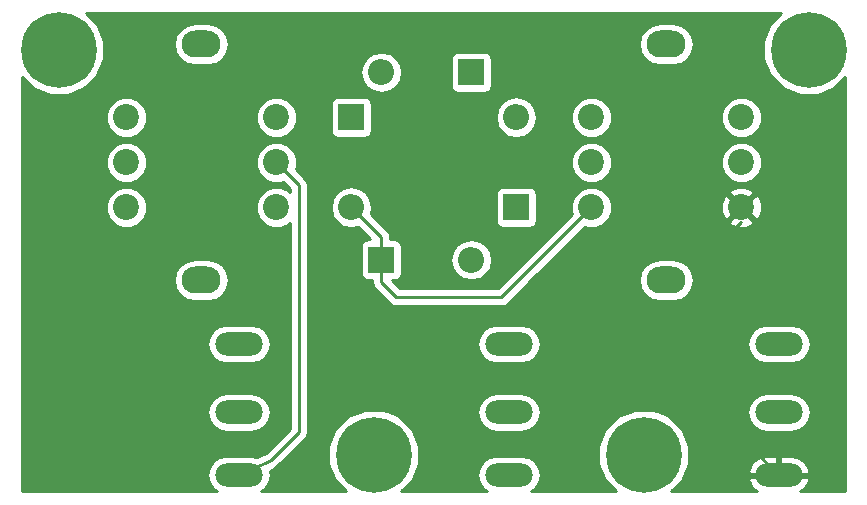
<source format=gbl>
G04 #@! TF.FileFunction,Copper,L2,Bot,Signal*
%FSLAX46Y46*%
G04 Gerber Fmt 4.6, Leading zero omitted, Abs format (unit mm)*
G04 Created by KiCad (PCBNEW 4.0.7) date Monday 10 September 2018 20:52:00*
%MOMM*%
%LPD*%
G01*
G04 APERTURE LIST*
%ADD10C,0.100000*%
%ADD11O,3.302000X2.286000*%
%ADD12C,2.200000*%
%ADD13O,4.000000X2.000000*%
%ADD14C,6.400000*%
%ADD15R,2.200000X2.200000*%
%ADD16O,2.200000X2.200000*%
%ADD17C,0.250000*%
%ADD18C,0.254000*%
G04 APERTURE END LIST*
D10*
D11*
X176530000Y-116662200D03*
X176530000Y-96697800D03*
D12*
X182880000Y-106680000D03*
X182880000Y-110490000D03*
X182880000Y-102870000D03*
X170180000Y-102870000D03*
X170180000Y-106680000D03*
X170180000Y-110490000D03*
D11*
X137160000Y-116662200D03*
X137160000Y-96697800D03*
D12*
X143510000Y-106680000D03*
X143510000Y-110490000D03*
X143510000Y-102870000D03*
X130810000Y-102870000D03*
X130810000Y-106680000D03*
X130810000Y-110490000D03*
D13*
X186055000Y-122055000D03*
X186055000Y-127855000D03*
X186055000Y-133155000D03*
D14*
X151765000Y-131445000D03*
X174625000Y-131445000D03*
X188595000Y-97155000D03*
D15*
X149860000Y-102870000D03*
D16*
X149860000Y-110490000D03*
D15*
X160020000Y-99060000D03*
D16*
X152400000Y-99060000D03*
D15*
X152400000Y-114935000D03*
D16*
X160020000Y-114935000D03*
D15*
X163830000Y-110490000D03*
D16*
X163830000Y-102870000D03*
D13*
X140335000Y-122055000D03*
X140335000Y-127855000D03*
X140335000Y-133155000D03*
X163195000Y-122055000D03*
X163195000Y-127855000D03*
X163195000Y-133155000D03*
D14*
X125095000Y-97155000D03*
D17*
X152400000Y-114935000D02*
X152400000Y-116840000D01*
X162560000Y-118110000D02*
X170180000Y-110490000D01*
X153670000Y-118110000D02*
X162560000Y-118110000D01*
X152400000Y-116840000D02*
X153670000Y-118110000D01*
X152400000Y-114935000D02*
X152400000Y-113030000D01*
X152400000Y-113030000D02*
X149860000Y-110490000D01*
X140335000Y-133155000D02*
X143070000Y-131885000D01*
X145415000Y-108585000D02*
X143510000Y-106680000D01*
X145415000Y-129540000D02*
X145415000Y-108585000D01*
X143070000Y-131885000D02*
X145415000Y-129540000D01*
X186055000Y-133155000D02*
X185860000Y-133155000D01*
X185860000Y-133155000D02*
X179705000Y-125730000D01*
X179705000Y-114935000D02*
X182880000Y-111760000D01*
X179705000Y-125730000D02*
X179705000Y-114935000D01*
D18*
G36*
X185345741Y-94979811D02*
X184760667Y-96388825D01*
X184759336Y-97914482D01*
X185341950Y-99324515D01*
X186419811Y-100404259D01*
X187828825Y-100989333D01*
X189354482Y-100990664D01*
X190764515Y-100408050D01*
X191695000Y-99479188D01*
X191695000Y-134545000D01*
X187889470Y-134545000D01*
X188300922Y-134221317D01*
X188614144Y-133663355D01*
X188645124Y-133535434D01*
X188525777Y-133282000D01*
X186182000Y-133282000D01*
X186182000Y-133302000D01*
X185928000Y-133302000D01*
X185928000Y-133282000D01*
X183584223Y-133282000D01*
X183464876Y-133535434D01*
X183495856Y-133663355D01*
X183809078Y-134221317D01*
X184220530Y-134545000D01*
X176947832Y-134545000D01*
X177874259Y-133620189D01*
X178225392Y-132774566D01*
X183464876Y-132774566D01*
X183584223Y-133028000D01*
X185928000Y-133028000D01*
X185928000Y-131520000D01*
X186182000Y-131520000D01*
X186182000Y-133028000D01*
X188525777Y-133028000D01*
X188645124Y-132774566D01*
X188614144Y-132646645D01*
X188300922Y-132088683D01*
X187798020Y-131693058D01*
X187182000Y-131520000D01*
X186182000Y-131520000D01*
X185928000Y-131520000D01*
X184928000Y-131520000D01*
X184311980Y-131693058D01*
X183809078Y-132088683D01*
X183495856Y-132646645D01*
X183464876Y-132774566D01*
X178225392Y-132774566D01*
X178459333Y-132211175D01*
X178460664Y-130685518D01*
X177878050Y-129275485D01*
X176800189Y-128195741D01*
X175979594Y-127855000D01*
X183368377Y-127855000D01*
X183492834Y-128480687D01*
X183847257Y-129011120D01*
X184377690Y-129365543D01*
X185003377Y-129490000D01*
X187106623Y-129490000D01*
X187732310Y-129365543D01*
X188262743Y-129011120D01*
X188617166Y-128480687D01*
X188741623Y-127855000D01*
X188617166Y-127229313D01*
X188262743Y-126698880D01*
X187732310Y-126344457D01*
X187106623Y-126220000D01*
X185003377Y-126220000D01*
X184377690Y-126344457D01*
X183847257Y-126698880D01*
X183492834Y-127229313D01*
X183368377Y-127855000D01*
X175979594Y-127855000D01*
X175391175Y-127610667D01*
X173865518Y-127609336D01*
X172455485Y-128191950D01*
X171375741Y-129269811D01*
X170790667Y-130678825D01*
X170789336Y-132204482D01*
X171371950Y-133614515D01*
X172300812Y-134545000D01*
X165052716Y-134545000D01*
X165402743Y-134311120D01*
X165757166Y-133780687D01*
X165881623Y-133155000D01*
X165757166Y-132529313D01*
X165402743Y-131998880D01*
X164872310Y-131644457D01*
X164246623Y-131520000D01*
X162143377Y-131520000D01*
X161517690Y-131644457D01*
X160987257Y-131998880D01*
X160632834Y-132529313D01*
X160508377Y-133155000D01*
X160632834Y-133780687D01*
X160987257Y-134311120D01*
X161337284Y-134545000D01*
X154087832Y-134545000D01*
X155014259Y-133620189D01*
X155599333Y-132211175D01*
X155600664Y-130685518D01*
X155018050Y-129275485D01*
X153940189Y-128195741D01*
X153119594Y-127855000D01*
X160508377Y-127855000D01*
X160632834Y-128480687D01*
X160987257Y-129011120D01*
X161517690Y-129365543D01*
X162143377Y-129490000D01*
X164246623Y-129490000D01*
X164872310Y-129365543D01*
X165402743Y-129011120D01*
X165757166Y-128480687D01*
X165881623Y-127855000D01*
X165757166Y-127229313D01*
X165402743Y-126698880D01*
X164872310Y-126344457D01*
X164246623Y-126220000D01*
X162143377Y-126220000D01*
X161517690Y-126344457D01*
X160987257Y-126698880D01*
X160632834Y-127229313D01*
X160508377Y-127855000D01*
X153119594Y-127855000D01*
X152531175Y-127610667D01*
X151005518Y-127609336D01*
X149595485Y-128191950D01*
X148515741Y-129269811D01*
X147930667Y-130678825D01*
X147929336Y-132204482D01*
X148511950Y-133614515D01*
X149440812Y-134545000D01*
X142192716Y-134545000D01*
X142542743Y-134311120D01*
X142897166Y-133780687D01*
X143021623Y-133155000D01*
X142947038Y-132780038D01*
X143390082Y-132574310D01*
X143497156Y-132496064D01*
X143607401Y-132422401D01*
X145952401Y-130077401D01*
X146117148Y-129830839D01*
X146175000Y-129540000D01*
X146175000Y-122055000D01*
X160508377Y-122055000D01*
X160632834Y-122680687D01*
X160987257Y-123211120D01*
X161517690Y-123565543D01*
X162143377Y-123690000D01*
X164246623Y-123690000D01*
X164872310Y-123565543D01*
X165402743Y-123211120D01*
X165757166Y-122680687D01*
X165881623Y-122055000D01*
X183368377Y-122055000D01*
X183492834Y-122680687D01*
X183847257Y-123211120D01*
X184377690Y-123565543D01*
X185003377Y-123690000D01*
X187106623Y-123690000D01*
X187732310Y-123565543D01*
X188262743Y-123211120D01*
X188617166Y-122680687D01*
X188741623Y-122055000D01*
X188617166Y-121429313D01*
X188262743Y-120898880D01*
X187732310Y-120544457D01*
X187106623Y-120420000D01*
X185003377Y-120420000D01*
X184377690Y-120544457D01*
X183847257Y-120898880D01*
X183492834Y-121429313D01*
X183368377Y-122055000D01*
X165881623Y-122055000D01*
X165757166Y-121429313D01*
X165402743Y-120898880D01*
X164872310Y-120544457D01*
X164246623Y-120420000D01*
X162143377Y-120420000D01*
X161517690Y-120544457D01*
X160987257Y-120898880D01*
X160632834Y-121429313D01*
X160508377Y-122055000D01*
X146175000Y-122055000D01*
X146175000Y-110456009D01*
X148125000Y-110456009D01*
X148125000Y-110523991D01*
X148257069Y-111187947D01*
X148633170Y-111750821D01*
X149196044Y-112126922D01*
X149860000Y-112258991D01*
X150439016Y-112143818D01*
X151482758Y-113187560D01*
X151300000Y-113187560D01*
X151064683Y-113231838D01*
X150848559Y-113370910D01*
X150703569Y-113583110D01*
X150652560Y-113835000D01*
X150652560Y-116035000D01*
X150696838Y-116270317D01*
X150835910Y-116486441D01*
X151048110Y-116631431D01*
X151300000Y-116682440D01*
X151640000Y-116682440D01*
X151640000Y-116840000D01*
X151697852Y-117130839D01*
X151862599Y-117377401D01*
X153132599Y-118647401D01*
X153379160Y-118812148D01*
X153670000Y-118870000D01*
X162560000Y-118870000D01*
X162850839Y-118812148D01*
X163097401Y-118647401D01*
X165082602Y-116662200D01*
X174199215Y-116662200D01*
X174334557Y-117342611D01*
X174719979Y-117919436D01*
X175296804Y-118304858D01*
X175977215Y-118440200D01*
X177082785Y-118440200D01*
X177763196Y-118304858D01*
X178340021Y-117919436D01*
X178725443Y-117342611D01*
X178860785Y-116662200D01*
X178725443Y-115981789D01*
X178340021Y-115404964D01*
X177763196Y-115019542D01*
X177082785Y-114884200D01*
X175977215Y-114884200D01*
X175296804Y-115019542D01*
X174719979Y-115404964D01*
X174334557Y-115981789D01*
X174199215Y-116662200D01*
X165082602Y-116662200D01*
X169612018Y-112132784D01*
X169833373Y-112224699D01*
X170523599Y-112225301D01*
X171161515Y-111961719D01*
X171408797Y-111714868D01*
X181834737Y-111714868D01*
X181945641Y-111992099D01*
X182591593Y-112235323D01*
X183281453Y-112212836D01*
X183814359Y-111992099D01*
X183925263Y-111714868D01*
X182880000Y-110669605D01*
X181834737Y-111714868D01*
X171408797Y-111714868D01*
X171650004Y-111474082D01*
X171914699Y-110836627D01*
X171915252Y-110201593D01*
X181134677Y-110201593D01*
X181157164Y-110891453D01*
X181377901Y-111424359D01*
X181655132Y-111535263D01*
X182700395Y-110490000D01*
X183059605Y-110490000D01*
X184104868Y-111535263D01*
X184382099Y-111424359D01*
X184625323Y-110778407D01*
X184602836Y-110088547D01*
X184382099Y-109555641D01*
X184104868Y-109444737D01*
X183059605Y-110490000D01*
X182700395Y-110490000D01*
X181655132Y-109444737D01*
X181377901Y-109555641D01*
X181134677Y-110201593D01*
X171915252Y-110201593D01*
X171915301Y-110146401D01*
X171651719Y-109508485D01*
X171408791Y-109265132D01*
X181834737Y-109265132D01*
X182880000Y-110310395D01*
X183925263Y-109265132D01*
X183814359Y-108987901D01*
X183168407Y-108744677D01*
X182478547Y-108767164D01*
X181945641Y-108987901D01*
X181834737Y-109265132D01*
X171408791Y-109265132D01*
X171164082Y-109019996D01*
X170526627Y-108755301D01*
X169836401Y-108754699D01*
X169198485Y-109018281D01*
X168709996Y-109505918D01*
X168445301Y-110143373D01*
X168444699Y-110833599D01*
X168537355Y-111057843D01*
X162245198Y-117350000D01*
X153984802Y-117350000D01*
X153317242Y-116682440D01*
X153500000Y-116682440D01*
X153735317Y-116638162D01*
X153951441Y-116499090D01*
X154096431Y-116286890D01*
X154147440Y-116035000D01*
X154147440Y-114935000D01*
X158251009Y-114935000D01*
X158383078Y-115598956D01*
X158759179Y-116161830D01*
X159322053Y-116537931D01*
X159986009Y-116670000D01*
X160053991Y-116670000D01*
X160717947Y-116537931D01*
X161280821Y-116161830D01*
X161656922Y-115598956D01*
X161788991Y-114935000D01*
X161656922Y-114271044D01*
X161280821Y-113708170D01*
X160717947Y-113332069D01*
X160053991Y-113200000D01*
X159986009Y-113200000D01*
X159322053Y-113332069D01*
X158759179Y-113708170D01*
X158383078Y-114271044D01*
X158251009Y-114935000D01*
X154147440Y-114935000D01*
X154147440Y-113835000D01*
X154103162Y-113599683D01*
X153964090Y-113383559D01*
X153751890Y-113238569D01*
X153500000Y-113187560D01*
X153160000Y-113187560D01*
X153160000Y-113030000D01*
X153102148Y-112739161D01*
X153102148Y-112739160D01*
X152937401Y-112492599D01*
X151491106Y-111046304D01*
X151595000Y-110523991D01*
X151595000Y-110456009D01*
X151462931Y-109792053D01*
X151194288Y-109390000D01*
X162082560Y-109390000D01*
X162082560Y-111590000D01*
X162126838Y-111825317D01*
X162265910Y-112041441D01*
X162478110Y-112186431D01*
X162730000Y-112237440D01*
X164930000Y-112237440D01*
X165165317Y-112193162D01*
X165381441Y-112054090D01*
X165526431Y-111841890D01*
X165577440Y-111590000D01*
X165577440Y-109390000D01*
X165533162Y-109154683D01*
X165394090Y-108938559D01*
X165181890Y-108793569D01*
X164930000Y-108742560D01*
X162730000Y-108742560D01*
X162494683Y-108786838D01*
X162278559Y-108925910D01*
X162133569Y-109138110D01*
X162082560Y-109390000D01*
X151194288Y-109390000D01*
X151086830Y-109229179D01*
X150523956Y-108853078D01*
X149860000Y-108721009D01*
X149196044Y-108853078D01*
X148633170Y-109229179D01*
X148257069Y-109792053D01*
X148125000Y-110456009D01*
X146175000Y-110456009D01*
X146175000Y-108585000D01*
X146117148Y-108294161D01*
X145952401Y-108047599D01*
X145152784Y-107247982D01*
X145244699Y-107026627D01*
X145244701Y-107023599D01*
X168444699Y-107023599D01*
X168708281Y-107661515D01*
X169195918Y-108150004D01*
X169833373Y-108414699D01*
X170523599Y-108415301D01*
X171161515Y-108151719D01*
X171650004Y-107664082D01*
X171914699Y-107026627D01*
X171914701Y-107023599D01*
X181144699Y-107023599D01*
X181408281Y-107661515D01*
X181895918Y-108150004D01*
X182533373Y-108414699D01*
X183223599Y-108415301D01*
X183861515Y-108151719D01*
X184350004Y-107664082D01*
X184614699Y-107026627D01*
X184615301Y-106336401D01*
X184351719Y-105698485D01*
X183864082Y-105209996D01*
X183226627Y-104945301D01*
X182536401Y-104944699D01*
X181898485Y-105208281D01*
X181409996Y-105695918D01*
X181145301Y-106333373D01*
X181144699Y-107023599D01*
X171914701Y-107023599D01*
X171915301Y-106336401D01*
X171651719Y-105698485D01*
X171164082Y-105209996D01*
X170526627Y-104945301D01*
X169836401Y-104944699D01*
X169198485Y-105208281D01*
X168709996Y-105695918D01*
X168445301Y-106333373D01*
X168444699Y-107023599D01*
X145244701Y-107023599D01*
X145245301Y-106336401D01*
X144981719Y-105698485D01*
X144494082Y-105209996D01*
X143856627Y-104945301D01*
X143166401Y-104944699D01*
X142528485Y-105208281D01*
X142039996Y-105695918D01*
X141775301Y-106333373D01*
X141774699Y-107023599D01*
X142038281Y-107661515D01*
X142525918Y-108150004D01*
X143163373Y-108414699D01*
X143853599Y-108415301D01*
X144077843Y-108322645D01*
X144655000Y-108899802D01*
X144655000Y-109181195D01*
X144494082Y-109019996D01*
X143856627Y-108755301D01*
X143166401Y-108754699D01*
X142528485Y-109018281D01*
X142039996Y-109505918D01*
X141775301Y-110143373D01*
X141774699Y-110833599D01*
X142038281Y-111471515D01*
X142525918Y-111960004D01*
X143163373Y-112224699D01*
X143853599Y-112225301D01*
X144491515Y-111961719D01*
X144655000Y-111798519D01*
X144655000Y-129225198D01*
X142627804Y-131252394D01*
X141852105Y-131612590D01*
X141386623Y-131520000D01*
X139283377Y-131520000D01*
X138657690Y-131644457D01*
X138127257Y-131998880D01*
X137772834Y-132529313D01*
X137648377Y-133155000D01*
X137772834Y-133780687D01*
X138127257Y-134311120D01*
X138477284Y-134545000D01*
X121995000Y-134545000D01*
X121995000Y-127855000D01*
X137648377Y-127855000D01*
X137772834Y-128480687D01*
X138127257Y-129011120D01*
X138657690Y-129365543D01*
X139283377Y-129490000D01*
X141386623Y-129490000D01*
X142012310Y-129365543D01*
X142542743Y-129011120D01*
X142897166Y-128480687D01*
X143021623Y-127855000D01*
X142897166Y-127229313D01*
X142542743Y-126698880D01*
X142012310Y-126344457D01*
X141386623Y-126220000D01*
X139283377Y-126220000D01*
X138657690Y-126344457D01*
X138127257Y-126698880D01*
X137772834Y-127229313D01*
X137648377Y-127855000D01*
X121995000Y-127855000D01*
X121995000Y-122055000D01*
X137648377Y-122055000D01*
X137772834Y-122680687D01*
X138127257Y-123211120D01*
X138657690Y-123565543D01*
X139283377Y-123690000D01*
X141386623Y-123690000D01*
X142012310Y-123565543D01*
X142542743Y-123211120D01*
X142897166Y-122680687D01*
X143021623Y-122055000D01*
X142897166Y-121429313D01*
X142542743Y-120898880D01*
X142012310Y-120544457D01*
X141386623Y-120420000D01*
X139283377Y-120420000D01*
X138657690Y-120544457D01*
X138127257Y-120898880D01*
X137772834Y-121429313D01*
X137648377Y-122055000D01*
X121995000Y-122055000D01*
X121995000Y-116662200D01*
X134829215Y-116662200D01*
X134964557Y-117342611D01*
X135349979Y-117919436D01*
X135926804Y-118304858D01*
X136607215Y-118440200D01*
X137712785Y-118440200D01*
X138393196Y-118304858D01*
X138970021Y-117919436D01*
X139355443Y-117342611D01*
X139490785Y-116662200D01*
X139355443Y-115981789D01*
X138970021Y-115404964D01*
X138393196Y-115019542D01*
X137712785Y-114884200D01*
X136607215Y-114884200D01*
X135926804Y-115019542D01*
X135349979Y-115404964D01*
X134964557Y-115981789D01*
X134829215Y-116662200D01*
X121995000Y-116662200D01*
X121995000Y-110833599D01*
X129074699Y-110833599D01*
X129338281Y-111471515D01*
X129825918Y-111960004D01*
X130463373Y-112224699D01*
X131153599Y-112225301D01*
X131791515Y-111961719D01*
X132280004Y-111474082D01*
X132544699Y-110836627D01*
X132545301Y-110146401D01*
X132281719Y-109508485D01*
X131794082Y-109019996D01*
X131156627Y-108755301D01*
X130466401Y-108754699D01*
X129828485Y-109018281D01*
X129339996Y-109505918D01*
X129075301Y-110143373D01*
X129074699Y-110833599D01*
X121995000Y-110833599D01*
X121995000Y-107023599D01*
X129074699Y-107023599D01*
X129338281Y-107661515D01*
X129825918Y-108150004D01*
X130463373Y-108414699D01*
X131153599Y-108415301D01*
X131791515Y-108151719D01*
X132280004Y-107664082D01*
X132544699Y-107026627D01*
X132545301Y-106336401D01*
X132281719Y-105698485D01*
X131794082Y-105209996D01*
X131156627Y-104945301D01*
X130466401Y-104944699D01*
X129828485Y-105208281D01*
X129339996Y-105695918D01*
X129075301Y-106333373D01*
X129074699Y-107023599D01*
X121995000Y-107023599D01*
X121995000Y-103213599D01*
X129074699Y-103213599D01*
X129338281Y-103851515D01*
X129825918Y-104340004D01*
X130463373Y-104604699D01*
X131153599Y-104605301D01*
X131791515Y-104341719D01*
X132280004Y-103854082D01*
X132544699Y-103216627D01*
X132544701Y-103213599D01*
X141774699Y-103213599D01*
X142038281Y-103851515D01*
X142525918Y-104340004D01*
X143163373Y-104604699D01*
X143853599Y-104605301D01*
X144491515Y-104341719D01*
X144980004Y-103854082D01*
X145244699Y-103216627D01*
X145245301Y-102526401D01*
X144981719Y-101888485D01*
X144863441Y-101770000D01*
X148112560Y-101770000D01*
X148112560Y-103970000D01*
X148156838Y-104205317D01*
X148295910Y-104421441D01*
X148508110Y-104566431D01*
X148760000Y-104617440D01*
X150960000Y-104617440D01*
X151195317Y-104573162D01*
X151411441Y-104434090D01*
X151556431Y-104221890D01*
X151607440Y-103970000D01*
X151607440Y-102836009D01*
X162095000Y-102836009D01*
X162095000Y-102903991D01*
X162227069Y-103567947D01*
X162603170Y-104130821D01*
X163166044Y-104506922D01*
X163830000Y-104638991D01*
X164493956Y-104506922D01*
X165056830Y-104130821D01*
X165432931Y-103567947D01*
X165503415Y-103213599D01*
X168444699Y-103213599D01*
X168708281Y-103851515D01*
X169195918Y-104340004D01*
X169833373Y-104604699D01*
X170523599Y-104605301D01*
X171161515Y-104341719D01*
X171650004Y-103854082D01*
X171914699Y-103216627D01*
X171914701Y-103213599D01*
X181144699Y-103213599D01*
X181408281Y-103851515D01*
X181895918Y-104340004D01*
X182533373Y-104604699D01*
X183223599Y-104605301D01*
X183861515Y-104341719D01*
X184350004Y-103854082D01*
X184614699Y-103216627D01*
X184615301Y-102526401D01*
X184351719Y-101888485D01*
X183864082Y-101399996D01*
X183226627Y-101135301D01*
X182536401Y-101134699D01*
X181898485Y-101398281D01*
X181409996Y-101885918D01*
X181145301Y-102523373D01*
X181144699Y-103213599D01*
X171914701Y-103213599D01*
X171915301Y-102526401D01*
X171651719Y-101888485D01*
X171164082Y-101399996D01*
X170526627Y-101135301D01*
X169836401Y-101134699D01*
X169198485Y-101398281D01*
X168709996Y-101885918D01*
X168445301Y-102523373D01*
X168444699Y-103213599D01*
X165503415Y-103213599D01*
X165565000Y-102903991D01*
X165565000Y-102836009D01*
X165432931Y-102172053D01*
X165056830Y-101609179D01*
X164493956Y-101233078D01*
X163830000Y-101101009D01*
X163166044Y-101233078D01*
X162603170Y-101609179D01*
X162227069Y-102172053D01*
X162095000Y-102836009D01*
X151607440Y-102836009D01*
X151607440Y-101770000D01*
X151563162Y-101534683D01*
X151424090Y-101318559D01*
X151211890Y-101173569D01*
X150960000Y-101122560D01*
X148760000Y-101122560D01*
X148524683Y-101166838D01*
X148308559Y-101305910D01*
X148163569Y-101518110D01*
X148112560Y-101770000D01*
X144863441Y-101770000D01*
X144494082Y-101399996D01*
X143856627Y-101135301D01*
X143166401Y-101134699D01*
X142528485Y-101398281D01*
X142039996Y-101885918D01*
X141775301Y-102523373D01*
X141774699Y-103213599D01*
X132544701Y-103213599D01*
X132545301Y-102526401D01*
X132281719Y-101888485D01*
X131794082Y-101399996D01*
X131156627Y-101135301D01*
X130466401Y-101134699D01*
X129828485Y-101398281D01*
X129339996Y-101885918D01*
X129075301Y-102523373D01*
X129074699Y-103213599D01*
X121995000Y-103213599D01*
X121995000Y-99477832D01*
X122919811Y-100404259D01*
X124328825Y-100989333D01*
X125854482Y-100990664D01*
X127264515Y-100408050D01*
X128344259Y-99330189D01*
X128456451Y-99060000D01*
X150631009Y-99060000D01*
X150763078Y-99723956D01*
X151139179Y-100286830D01*
X151702053Y-100662931D01*
X152366009Y-100795000D01*
X152433991Y-100795000D01*
X153097947Y-100662931D01*
X153660821Y-100286830D01*
X154036922Y-99723956D01*
X154168991Y-99060000D01*
X154036922Y-98396044D01*
X153745567Y-97960000D01*
X158272560Y-97960000D01*
X158272560Y-100160000D01*
X158316838Y-100395317D01*
X158455910Y-100611441D01*
X158668110Y-100756431D01*
X158920000Y-100807440D01*
X161120000Y-100807440D01*
X161355317Y-100763162D01*
X161571441Y-100624090D01*
X161716431Y-100411890D01*
X161767440Y-100160000D01*
X161767440Y-97960000D01*
X161723162Y-97724683D01*
X161584090Y-97508559D01*
X161371890Y-97363569D01*
X161120000Y-97312560D01*
X158920000Y-97312560D01*
X158684683Y-97356838D01*
X158468559Y-97495910D01*
X158323569Y-97708110D01*
X158272560Y-97960000D01*
X153745567Y-97960000D01*
X153660821Y-97833170D01*
X153097947Y-97457069D01*
X152433991Y-97325000D01*
X152366009Y-97325000D01*
X151702053Y-97457069D01*
X151139179Y-97833170D01*
X150763078Y-98396044D01*
X150631009Y-99060000D01*
X128456451Y-99060000D01*
X128929333Y-97921175D01*
X128930400Y-96697800D01*
X134829215Y-96697800D01*
X134964557Y-97378211D01*
X135349979Y-97955036D01*
X135926804Y-98340458D01*
X136607215Y-98475800D01*
X137712785Y-98475800D01*
X138393196Y-98340458D01*
X138970021Y-97955036D01*
X139355443Y-97378211D01*
X139490785Y-96697800D01*
X174199215Y-96697800D01*
X174334557Y-97378211D01*
X174719979Y-97955036D01*
X175296804Y-98340458D01*
X175977215Y-98475800D01*
X177082785Y-98475800D01*
X177763196Y-98340458D01*
X178340021Y-97955036D01*
X178725443Y-97378211D01*
X178860785Y-96697800D01*
X178725443Y-96017389D01*
X178340021Y-95440564D01*
X177763196Y-95055142D01*
X177082785Y-94919800D01*
X175977215Y-94919800D01*
X175296804Y-95055142D01*
X174719979Y-95440564D01*
X174334557Y-96017389D01*
X174199215Y-96697800D01*
X139490785Y-96697800D01*
X139355443Y-96017389D01*
X138970021Y-95440564D01*
X138393196Y-95055142D01*
X137712785Y-94919800D01*
X136607215Y-94919800D01*
X135926804Y-95055142D01*
X135349979Y-95440564D01*
X134964557Y-96017389D01*
X134829215Y-96697800D01*
X128930400Y-96697800D01*
X128930664Y-96395518D01*
X128348050Y-94985485D01*
X127419188Y-94055000D01*
X186272168Y-94055000D01*
X185345741Y-94979811D01*
X185345741Y-94979811D01*
G37*
X185345741Y-94979811D02*
X184760667Y-96388825D01*
X184759336Y-97914482D01*
X185341950Y-99324515D01*
X186419811Y-100404259D01*
X187828825Y-100989333D01*
X189354482Y-100990664D01*
X190764515Y-100408050D01*
X191695000Y-99479188D01*
X191695000Y-134545000D01*
X187889470Y-134545000D01*
X188300922Y-134221317D01*
X188614144Y-133663355D01*
X188645124Y-133535434D01*
X188525777Y-133282000D01*
X186182000Y-133282000D01*
X186182000Y-133302000D01*
X185928000Y-133302000D01*
X185928000Y-133282000D01*
X183584223Y-133282000D01*
X183464876Y-133535434D01*
X183495856Y-133663355D01*
X183809078Y-134221317D01*
X184220530Y-134545000D01*
X176947832Y-134545000D01*
X177874259Y-133620189D01*
X178225392Y-132774566D01*
X183464876Y-132774566D01*
X183584223Y-133028000D01*
X185928000Y-133028000D01*
X185928000Y-131520000D01*
X186182000Y-131520000D01*
X186182000Y-133028000D01*
X188525777Y-133028000D01*
X188645124Y-132774566D01*
X188614144Y-132646645D01*
X188300922Y-132088683D01*
X187798020Y-131693058D01*
X187182000Y-131520000D01*
X186182000Y-131520000D01*
X185928000Y-131520000D01*
X184928000Y-131520000D01*
X184311980Y-131693058D01*
X183809078Y-132088683D01*
X183495856Y-132646645D01*
X183464876Y-132774566D01*
X178225392Y-132774566D01*
X178459333Y-132211175D01*
X178460664Y-130685518D01*
X177878050Y-129275485D01*
X176800189Y-128195741D01*
X175979594Y-127855000D01*
X183368377Y-127855000D01*
X183492834Y-128480687D01*
X183847257Y-129011120D01*
X184377690Y-129365543D01*
X185003377Y-129490000D01*
X187106623Y-129490000D01*
X187732310Y-129365543D01*
X188262743Y-129011120D01*
X188617166Y-128480687D01*
X188741623Y-127855000D01*
X188617166Y-127229313D01*
X188262743Y-126698880D01*
X187732310Y-126344457D01*
X187106623Y-126220000D01*
X185003377Y-126220000D01*
X184377690Y-126344457D01*
X183847257Y-126698880D01*
X183492834Y-127229313D01*
X183368377Y-127855000D01*
X175979594Y-127855000D01*
X175391175Y-127610667D01*
X173865518Y-127609336D01*
X172455485Y-128191950D01*
X171375741Y-129269811D01*
X170790667Y-130678825D01*
X170789336Y-132204482D01*
X171371950Y-133614515D01*
X172300812Y-134545000D01*
X165052716Y-134545000D01*
X165402743Y-134311120D01*
X165757166Y-133780687D01*
X165881623Y-133155000D01*
X165757166Y-132529313D01*
X165402743Y-131998880D01*
X164872310Y-131644457D01*
X164246623Y-131520000D01*
X162143377Y-131520000D01*
X161517690Y-131644457D01*
X160987257Y-131998880D01*
X160632834Y-132529313D01*
X160508377Y-133155000D01*
X160632834Y-133780687D01*
X160987257Y-134311120D01*
X161337284Y-134545000D01*
X154087832Y-134545000D01*
X155014259Y-133620189D01*
X155599333Y-132211175D01*
X155600664Y-130685518D01*
X155018050Y-129275485D01*
X153940189Y-128195741D01*
X153119594Y-127855000D01*
X160508377Y-127855000D01*
X160632834Y-128480687D01*
X160987257Y-129011120D01*
X161517690Y-129365543D01*
X162143377Y-129490000D01*
X164246623Y-129490000D01*
X164872310Y-129365543D01*
X165402743Y-129011120D01*
X165757166Y-128480687D01*
X165881623Y-127855000D01*
X165757166Y-127229313D01*
X165402743Y-126698880D01*
X164872310Y-126344457D01*
X164246623Y-126220000D01*
X162143377Y-126220000D01*
X161517690Y-126344457D01*
X160987257Y-126698880D01*
X160632834Y-127229313D01*
X160508377Y-127855000D01*
X153119594Y-127855000D01*
X152531175Y-127610667D01*
X151005518Y-127609336D01*
X149595485Y-128191950D01*
X148515741Y-129269811D01*
X147930667Y-130678825D01*
X147929336Y-132204482D01*
X148511950Y-133614515D01*
X149440812Y-134545000D01*
X142192716Y-134545000D01*
X142542743Y-134311120D01*
X142897166Y-133780687D01*
X143021623Y-133155000D01*
X142947038Y-132780038D01*
X143390082Y-132574310D01*
X143497156Y-132496064D01*
X143607401Y-132422401D01*
X145952401Y-130077401D01*
X146117148Y-129830839D01*
X146175000Y-129540000D01*
X146175000Y-122055000D01*
X160508377Y-122055000D01*
X160632834Y-122680687D01*
X160987257Y-123211120D01*
X161517690Y-123565543D01*
X162143377Y-123690000D01*
X164246623Y-123690000D01*
X164872310Y-123565543D01*
X165402743Y-123211120D01*
X165757166Y-122680687D01*
X165881623Y-122055000D01*
X183368377Y-122055000D01*
X183492834Y-122680687D01*
X183847257Y-123211120D01*
X184377690Y-123565543D01*
X185003377Y-123690000D01*
X187106623Y-123690000D01*
X187732310Y-123565543D01*
X188262743Y-123211120D01*
X188617166Y-122680687D01*
X188741623Y-122055000D01*
X188617166Y-121429313D01*
X188262743Y-120898880D01*
X187732310Y-120544457D01*
X187106623Y-120420000D01*
X185003377Y-120420000D01*
X184377690Y-120544457D01*
X183847257Y-120898880D01*
X183492834Y-121429313D01*
X183368377Y-122055000D01*
X165881623Y-122055000D01*
X165757166Y-121429313D01*
X165402743Y-120898880D01*
X164872310Y-120544457D01*
X164246623Y-120420000D01*
X162143377Y-120420000D01*
X161517690Y-120544457D01*
X160987257Y-120898880D01*
X160632834Y-121429313D01*
X160508377Y-122055000D01*
X146175000Y-122055000D01*
X146175000Y-110456009D01*
X148125000Y-110456009D01*
X148125000Y-110523991D01*
X148257069Y-111187947D01*
X148633170Y-111750821D01*
X149196044Y-112126922D01*
X149860000Y-112258991D01*
X150439016Y-112143818D01*
X151482758Y-113187560D01*
X151300000Y-113187560D01*
X151064683Y-113231838D01*
X150848559Y-113370910D01*
X150703569Y-113583110D01*
X150652560Y-113835000D01*
X150652560Y-116035000D01*
X150696838Y-116270317D01*
X150835910Y-116486441D01*
X151048110Y-116631431D01*
X151300000Y-116682440D01*
X151640000Y-116682440D01*
X151640000Y-116840000D01*
X151697852Y-117130839D01*
X151862599Y-117377401D01*
X153132599Y-118647401D01*
X153379160Y-118812148D01*
X153670000Y-118870000D01*
X162560000Y-118870000D01*
X162850839Y-118812148D01*
X163097401Y-118647401D01*
X165082602Y-116662200D01*
X174199215Y-116662200D01*
X174334557Y-117342611D01*
X174719979Y-117919436D01*
X175296804Y-118304858D01*
X175977215Y-118440200D01*
X177082785Y-118440200D01*
X177763196Y-118304858D01*
X178340021Y-117919436D01*
X178725443Y-117342611D01*
X178860785Y-116662200D01*
X178725443Y-115981789D01*
X178340021Y-115404964D01*
X177763196Y-115019542D01*
X177082785Y-114884200D01*
X175977215Y-114884200D01*
X175296804Y-115019542D01*
X174719979Y-115404964D01*
X174334557Y-115981789D01*
X174199215Y-116662200D01*
X165082602Y-116662200D01*
X169612018Y-112132784D01*
X169833373Y-112224699D01*
X170523599Y-112225301D01*
X171161515Y-111961719D01*
X171408797Y-111714868D01*
X181834737Y-111714868D01*
X181945641Y-111992099D01*
X182591593Y-112235323D01*
X183281453Y-112212836D01*
X183814359Y-111992099D01*
X183925263Y-111714868D01*
X182880000Y-110669605D01*
X181834737Y-111714868D01*
X171408797Y-111714868D01*
X171650004Y-111474082D01*
X171914699Y-110836627D01*
X171915252Y-110201593D01*
X181134677Y-110201593D01*
X181157164Y-110891453D01*
X181377901Y-111424359D01*
X181655132Y-111535263D01*
X182700395Y-110490000D01*
X183059605Y-110490000D01*
X184104868Y-111535263D01*
X184382099Y-111424359D01*
X184625323Y-110778407D01*
X184602836Y-110088547D01*
X184382099Y-109555641D01*
X184104868Y-109444737D01*
X183059605Y-110490000D01*
X182700395Y-110490000D01*
X181655132Y-109444737D01*
X181377901Y-109555641D01*
X181134677Y-110201593D01*
X171915252Y-110201593D01*
X171915301Y-110146401D01*
X171651719Y-109508485D01*
X171408791Y-109265132D01*
X181834737Y-109265132D01*
X182880000Y-110310395D01*
X183925263Y-109265132D01*
X183814359Y-108987901D01*
X183168407Y-108744677D01*
X182478547Y-108767164D01*
X181945641Y-108987901D01*
X181834737Y-109265132D01*
X171408791Y-109265132D01*
X171164082Y-109019996D01*
X170526627Y-108755301D01*
X169836401Y-108754699D01*
X169198485Y-109018281D01*
X168709996Y-109505918D01*
X168445301Y-110143373D01*
X168444699Y-110833599D01*
X168537355Y-111057843D01*
X162245198Y-117350000D01*
X153984802Y-117350000D01*
X153317242Y-116682440D01*
X153500000Y-116682440D01*
X153735317Y-116638162D01*
X153951441Y-116499090D01*
X154096431Y-116286890D01*
X154147440Y-116035000D01*
X154147440Y-114935000D01*
X158251009Y-114935000D01*
X158383078Y-115598956D01*
X158759179Y-116161830D01*
X159322053Y-116537931D01*
X159986009Y-116670000D01*
X160053991Y-116670000D01*
X160717947Y-116537931D01*
X161280821Y-116161830D01*
X161656922Y-115598956D01*
X161788991Y-114935000D01*
X161656922Y-114271044D01*
X161280821Y-113708170D01*
X160717947Y-113332069D01*
X160053991Y-113200000D01*
X159986009Y-113200000D01*
X159322053Y-113332069D01*
X158759179Y-113708170D01*
X158383078Y-114271044D01*
X158251009Y-114935000D01*
X154147440Y-114935000D01*
X154147440Y-113835000D01*
X154103162Y-113599683D01*
X153964090Y-113383559D01*
X153751890Y-113238569D01*
X153500000Y-113187560D01*
X153160000Y-113187560D01*
X153160000Y-113030000D01*
X153102148Y-112739161D01*
X153102148Y-112739160D01*
X152937401Y-112492599D01*
X151491106Y-111046304D01*
X151595000Y-110523991D01*
X151595000Y-110456009D01*
X151462931Y-109792053D01*
X151194288Y-109390000D01*
X162082560Y-109390000D01*
X162082560Y-111590000D01*
X162126838Y-111825317D01*
X162265910Y-112041441D01*
X162478110Y-112186431D01*
X162730000Y-112237440D01*
X164930000Y-112237440D01*
X165165317Y-112193162D01*
X165381441Y-112054090D01*
X165526431Y-111841890D01*
X165577440Y-111590000D01*
X165577440Y-109390000D01*
X165533162Y-109154683D01*
X165394090Y-108938559D01*
X165181890Y-108793569D01*
X164930000Y-108742560D01*
X162730000Y-108742560D01*
X162494683Y-108786838D01*
X162278559Y-108925910D01*
X162133569Y-109138110D01*
X162082560Y-109390000D01*
X151194288Y-109390000D01*
X151086830Y-109229179D01*
X150523956Y-108853078D01*
X149860000Y-108721009D01*
X149196044Y-108853078D01*
X148633170Y-109229179D01*
X148257069Y-109792053D01*
X148125000Y-110456009D01*
X146175000Y-110456009D01*
X146175000Y-108585000D01*
X146117148Y-108294161D01*
X145952401Y-108047599D01*
X145152784Y-107247982D01*
X145244699Y-107026627D01*
X145244701Y-107023599D01*
X168444699Y-107023599D01*
X168708281Y-107661515D01*
X169195918Y-108150004D01*
X169833373Y-108414699D01*
X170523599Y-108415301D01*
X171161515Y-108151719D01*
X171650004Y-107664082D01*
X171914699Y-107026627D01*
X171914701Y-107023599D01*
X181144699Y-107023599D01*
X181408281Y-107661515D01*
X181895918Y-108150004D01*
X182533373Y-108414699D01*
X183223599Y-108415301D01*
X183861515Y-108151719D01*
X184350004Y-107664082D01*
X184614699Y-107026627D01*
X184615301Y-106336401D01*
X184351719Y-105698485D01*
X183864082Y-105209996D01*
X183226627Y-104945301D01*
X182536401Y-104944699D01*
X181898485Y-105208281D01*
X181409996Y-105695918D01*
X181145301Y-106333373D01*
X181144699Y-107023599D01*
X171914701Y-107023599D01*
X171915301Y-106336401D01*
X171651719Y-105698485D01*
X171164082Y-105209996D01*
X170526627Y-104945301D01*
X169836401Y-104944699D01*
X169198485Y-105208281D01*
X168709996Y-105695918D01*
X168445301Y-106333373D01*
X168444699Y-107023599D01*
X145244701Y-107023599D01*
X145245301Y-106336401D01*
X144981719Y-105698485D01*
X144494082Y-105209996D01*
X143856627Y-104945301D01*
X143166401Y-104944699D01*
X142528485Y-105208281D01*
X142039996Y-105695918D01*
X141775301Y-106333373D01*
X141774699Y-107023599D01*
X142038281Y-107661515D01*
X142525918Y-108150004D01*
X143163373Y-108414699D01*
X143853599Y-108415301D01*
X144077843Y-108322645D01*
X144655000Y-108899802D01*
X144655000Y-109181195D01*
X144494082Y-109019996D01*
X143856627Y-108755301D01*
X143166401Y-108754699D01*
X142528485Y-109018281D01*
X142039996Y-109505918D01*
X141775301Y-110143373D01*
X141774699Y-110833599D01*
X142038281Y-111471515D01*
X142525918Y-111960004D01*
X143163373Y-112224699D01*
X143853599Y-112225301D01*
X144491515Y-111961719D01*
X144655000Y-111798519D01*
X144655000Y-129225198D01*
X142627804Y-131252394D01*
X141852105Y-131612590D01*
X141386623Y-131520000D01*
X139283377Y-131520000D01*
X138657690Y-131644457D01*
X138127257Y-131998880D01*
X137772834Y-132529313D01*
X137648377Y-133155000D01*
X137772834Y-133780687D01*
X138127257Y-134311120D01*
X138477284Y-134545000D01*
X121995000Y-134545000D01*
X121995000Y-127855000D01*
X137648377Y-127855000D01*
X137772834Y-128480687D01*
X138127257Y-129011120D01*
X138657690Y-129365543D01*
X139283377Y-129490000D01*
X141386623Y-129490000D01*
X142012310Y-129365543D01*
X142542743Y-129011120D01*
X142897166Y-128480687D01*
X143021623Y-127855000D01*
X142897166Y-127229313D01*
X142542743Y-126698880D01*
X142012310Y-126344457D01*
X141386623Y-126220000D01*
X139283377Y-126220000D01*
X138657690Y-126344457D01*
X138127257Y-126698880D01*
X137772834Y-127229313D01*
X137648377Y-127855000D01*
X121995000Y-127855000D01*
X121995000Y-122055000D01*
X137648377Y-122055000D01*
X137772834Y-122680687D01*
X138127257Y-123211120D01*
X138657690Y-123565543D01*
X139283377Y-123690000D01*
X141386623Y-123690000D01*
X142012310Y-123565543D01*
X142542743Y-123211120D01*
X142897166Y-122680687D01*
X143021623Y-122055000D01*
X142897166Y-121429313D01*
X142542743Y-120898880D01*
X142012310Y-120544457D01*
X141386623Y-120420000D01*
X139283377Y-120420000D01*
X138657690Y-120544457D01*
X138127257Y-120898880D01*
X137772834Y-121429313D01*
X137648377Y-122055000D01*
X121995000Y-122055000D01*
X121995000Y-116662200D01*
X134829215Y-116662200D01*
X134964557Y-117342611D01*
X135349979Y-117919436D01*
X135926804Y-118304858D01*
X136607215Y-118440200D01*
X137712785Y-118440200D01*
X138393196Y-118304858D01*
X138970021Y-117919436D01*
X139355443Y-117342611D01*
X139490785Y-116662200D01*
X139355443Y-115981789D01*
X138970021Y-115404964D01*
X138393196Y-115019542D01*
X137712785Y-114884200D01*
X136607215Y-114884200D01*
X135926804Y-115019542D01*
X135349979Y-115404964D01*
X134964557Y-115981789D01*
X134829215Y-116662200D01*
X121995000Y-116662200D01*
X121995000Y-110833599D01*
X129074699Y-110833599D01*
X129338281Y-111471515D01*
X129825918Y-111960004D01*
X130463373Y-112224699D01*
X131153599Y-112225301D01*
X131791515Y-111961719D01*
X132280004Y-111474082D01*
X132544699Y-110836627D01*
X132545301Y-110146401D01*
X132281719Y-109508485D01*
X131794082Y-109019996D01*
X131156627Y-108755301D01*
X130466401Y-108754699D01*
X129828485Y-109018281D01*
X129339996Y-109505918D01*
X129075301Y-110143373D01*
X129074699Y-110833599D01*
X121995000Y-110833599D01*
X121995000Y-107023599D01*
X129074699Y-107023599D01*
X129338281Y-107661515D01*
X129825918Y-108150004D01*
X130463373Y-108414699D01*
X131153599Y-108415301D01*
X131791515Y-108151719D01*
X132280004Y-107664082D01*
X132544699Y-107026627D01*
X132545301Y-106336401D01*
X132281719Y-105698485D01*
X131794082Y-105209996D01*
X131156627Y-104945301D01*
X130466401Y-104944699D01*
X129828485Y-105208281D01*
X129339996Y-105695918D01*
X129075301Y-106333373D01*
X129074699Y-107023599D01*
X121995000Y-107023599D01*
X121995000Y-103213599D01*
X129074699Y-103213599D01*
X129338281Y-103851515D01*
X129825918Y-104340004D01*
X130463373Y-104604699D01*
X131153599Y-104605301D01*
X131791515Y-104341719D01*
X132280004Y-103854082D01*
X132544699Y-103216627D01*
X132544701Y-103213599D01*
X141774699Y-103213599D01*
X142038281Y-103851515D01*
X142525918Y-104340004D01*
X143163373Y-104604699D01*
X143853599Y-104605301D01*
X144491515Y-104341719D01*
X144980004Y-103854082D01*
X145244699Y-103216627D01*
X145245301Y-102526401D01*
X144981719Y-101888485D01*
X144863441Y-101770000D01*
X148112560Y-101770000D01*
X148112560Y-103970000D01*
X148156838Y-104205317D01*
X148295910Y-104421441D01*
X148508110Y-104566431D01*
X148760000Y-104617440D01*
X150960000Y-104617440D01*
X151195317Y-104573162D01*
X151411441Y-104434090D01*
X151556431Y-104221890D01*
X151607440Y-103970000D01*
X151607440Y-102836009D01*
X162095000Y-102836009D01*
X162095000Y-102903991D01*
X162227069Y-103567947D01*
X162603170Y-104130821D01*
X163166044Y-104506922D01*
X163830000Y-104638991D01*
X164493956Y-104506922D01*
X165056830Y-104130821D01*
X165432931Y-103567947D01*
X165503415Y-103213599D01*
X168444699Y-103213599D01*
X168708281Y-103851515D01*
X169195918Y-104340004D01*
X169833373Y-104604699D01*
X170523599Y-104605301D01*
X171161515Y-104341719D01*
X171650004Y-103854082D01*
X171914699Y-103216627D01*
X171914701Y-103213599D01*
X181144699Y-103213599D01*
X181408281Y-103851515D01*
X181895918Y-104340004D01*
X182533373Y-104604699D01*
X183223599Y-104605301D01*
X183861515Y-104341719D01*
X184350004Y-103854082D01*
X184614699Y-103216627D01*
X184615301Y-102526401D01*
X184351719Y-101888485D01*
X183864082Y-101399996D01*
X183226627Y-101135301D01*
X182536401Y-101134699D01*
X181898485Y-101398281D01*
X181409996Y-101885918D01*
X181145301Y-102523373D01*
X181144699Y-103213599D01*
X171914701Y-103213599D01*
X171915301Y-102526401D01*
X171651719Y-101888485D01*
X171164082Y-101399996D01*
X170526627Y-101135301D01*
X169836401Y-101134699D01*
X169198485Y-101398281D01*
X168709996Y-101885918D01*
X168445301Y-102523373D01*
X168444699Y-103213599D01*
X165503415Y-103213599D01*
X165565000Y-102903991D01*
X165565000Y-102836009D01*
X165432931Y-102172053D01*
X165056830Y-101609179D01*
X164493956Y-101233078D01*
X163830000Y-101101009D01*
X163166044Y-101233078D01*
X162603170Y-101609179D01*
X162227069Y-102172053D01*
X162095000Y-102836009D01*
X151607440Y-102836009D01*
X151607440Y-101770000D01*
X151563162Y-101534683D01*
X151424090Y-101318559D01*
X151211890Y-101173569D01*
X150960000Y-101122560D01*
X148760000Y-101122560D01*
X148524683Y-101166838D01*
X148308559Y-101305910D01*
X148163569Y-101518110D01*
X148112560Y-101770000D01*
X144863441Y-101770000D01*
X144494082Y-101399996D01*
X143856627Y-101135301D01*
X143166401Y-101134699D01*
X142528485Y-101398281D01*
X142039996Y-101885918D01*
X141775301Y-102523373D01*
X141774699Y-103213599D01*
X132544701Y-103213599D01*
X132545301Y-102526401D01*
X132281719Y-101888485D01*
X131794082Y-101399996D01*
X131156627Y-101135301D01*
X130466401Y-101134699D01*
X129828485Y-101398281D01*
X129339996Y-101885918D01*
X129075301Y-102523373D01*
X129074699Y-103213599D01*
X121995000Y-103213599D01*
X121995000Y-99477832D01*
X122919811Y-100404259D01*
X124328825Y-100989333D01*
X125854482Y-100990664D01*
X127264515Y-100408050D01*
X128344259Y-99330189D01*
X128456451Y-99060000D01*
X150631009Y-99060000D01*
X150763078Y-99723956D01*
X151139179Y-100286830D01*
X151702053Y-100662931D01*
X152366009Y-100795000D01*
X152433991Y-100795000D01*
X153097947Y-100662931D01*
X153660821Y-100286830D01*
X154036922Y-99723956D01*
X154168991Y-99060000D01*
X154036922Y-98396044D01*
X153745567Y-97960000D01*
X158272560Y-97960000D01*
X158272560Y-100160000D01*
X158316838Y-100395317D01*
X158455910Y-100611441D01*
X158668110Y-100756431D01*
X158920000Y-100807440D01*
X161120000Y-100807440D01*
X161355317Y-100763162D01*
X161571441Y-100624090D01*
X161716431Y-100411890D01*
X161767440Y-100160000D01*
X161767440Y-97960000D01*
X161723162Y-97724683D01*
X161584090Y-97508559D01*
X161371890Y-97363569D01*
X161120000Y-97312560D01*
X158920000Y-97312560D01*
X158684683Y-97356838D01*
X158468559Y-97495910D01*
X158323569Y-97708110D01*
X158272560Y-97960000D01*
X153745567Y-97960000D01*
X153660821Y-97833170D01*
X153097947Y-97457069D01*
X152433991Y-97325000D01*
X152366009Y-97325000D01*
X151702053Y-97457069D01*
X151139179Y-97833170D01*
X150763078Y-98396044D01*
X150631009Y-99060000D01*
X128456451Y-99060000D01*
X128929333Y-97921175D01*
X128930400Y-96697800D01*
X134829215Y-96697800D01*
X134964557Y-97378211D01*
X135349979Y-97955036D01*
X135926804Y-98340458D01*
X136607215Y-98475800D01*
X137712785Y-98475800D01*
X138393196Y-98340458D01*
X138970021Y-97955036D01*
X139355443Y-97378211D01*
X139490785Y-96697800D01*
X174199215Y-96697800D01*
X174334557Y-97378211D01*
X174719979Y-97955036D01*
X175296804Y-98340458D01*
X175977215Y-98475800D01*
X177082785Y-98475800D01*
X177763196Y-98340458D01*
X178340021Y-97955036D01*
X178725443Y-97378211D01*
X178860785Y-96697800D01*
X178725443Y-96017389D01*
X178340021Y-95440564D01*
X177763196Y-95055142D01*
X177082785Y-94919800D01*
X175977215Y-94919800D01*
X175296804Y-95055142D01*
X174719979Y-95440564D01*
X174334557Y-96017389D01*
X174199215Y-96697800D01*
X139490785Y-96697800D01*
X139355443Y-96017389D01*
X138970021Y-95440564D01*
X138393196Y-95055142D01*
X137712785Y-94919800D01*
X136607215Y-94919800D01*
X135926804Y-95055142D01*
X135349979Y-95440564D01*
X134964557Y-96017389D01*
X134829215Y-96697800D01*
X128930400Y-96697800D01*
X128930664Y-96395518D01*
X128348050Y-94985485D01*
X127419188Y-94055000D01*
X186272168Y-94055000D01*
X185345741Y-94979811D01*
M02*

</source>
